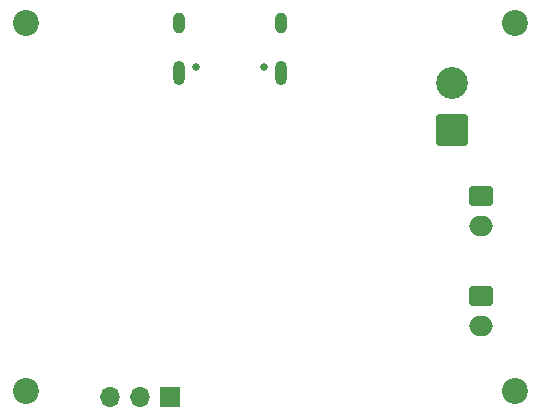
<source format=gbr>
%TF.GenerationSoftware,KiCad,Pcbnew,9.0.4*%
%TF.CreationDate,2025-09-14T23:12:39-04:00*%
%TF.ProjectId,rotour_v2,726f746f-7572-45f7-9632-2e6b69636164,20250913A*%
%TF.SameCoordinates,Original*%
%TF.FileFunction,Soldermask,Bot*%
%TF.FilePolarity,Negative*%
%FSLAX46Y46*%
G04 Gerber Fmt 4.6, Leading zero omitted, Abs format (unit mm)*
G04 Created by KiCad (PCBNEW 9.0.4) date 2025-09-14 23:12:39*
%MOMM*%
%LPD*%
G01*
G04 APERTURE LIST*
G04 Aperture macros list*
%AMRoundRect*
0 Rectangle with rounded corners*
0 $1 Rounding radius*
0 $2 $3 $4 $5 $6 $7 $8 $9 X,Y pos of 4 corners*
0 Add a 4 corners polygon primitive as box body*
4,1,4,$2,$3,$4,$5,$6,$7,$8,$9,$2,$3,0*
0 Add four circle primitives for the rounded corners*
1,1,$1+$1,$2,$3*
1,1,$1+$1,$4,$5*
1,1,$1+$1,$6,$7*
1,1,$1+$1,$8,$9*
0 Add four rect primitives between the rounded corners*
20,1,$1+$1,$2,$3,$4,$5,0*
20,1,$1+$1,$4,$5,$6,$7,0*
20,1,$1+$1,$6,$7,$8,$9,0*
20,1,$1+$1,$8,$9,$2,$3,0*%
G04 Aperture macros list end*
%ADD10C,2.200000*%
%ADD11RoundRect,0.250001X1.099999X-1.099999X1.099999X1.099999X-1.099999X1.099999X-1.099999X-1.099999X0*%
%ADD12C,2.700000*%
%ADD13C,0.650000*%
%ADD14O,1.000000X2.100000*%
%ADD15O,1.000000X1.800000*%
%ADD16RoundRect,0.250000X-0.750000X0.600000X-0.750000X-0.600000X0.750000X-0.600000X0.750000X0.600000X0*%
%ADD17O,2.000000X1.700000*%
%ADD18R,1.700000X1.700000*%
%ADD19O,1.700000X1.700000*%
G04 APERTURE END LIST*
D10*
%TO.C,H3*%
X163600000Y-128400000D03*
%TD*%
%TO.C,H1*%
X205000000Y-97200000D03*
%TD*%
D11*
%TO.C,J5*%
X199650000Y-106257500D03*
D12*
X199650000Y-102297500D03*
%TD*%
D13*
%TO.C,J7*%
X183790000Y-100955000D03*
X178010000Y-100955000D03*
D14*
X185220000Y-101455000D03*
D15*
X185220000Y-97275000D03*
D14*
X176580000Y-101455000D03*
D15*
X176580000Y-97275000D03*
%TD*%
D16*
%TO.C,J2*%
X202105000Y-111890000D03*
D17*
X202105000Y-114390000D03*
%TD*%
D10*
%TO.C,H4*%
X163600000Y-97200000D03*
%TD*%
D16*
%TO.C,J6*%
X202115000Y-120370000D03*
D17*
X202115000Y-122870000D03*
%TD*%
D18*
%TO.C,J4*%
X175805000Y-128900000D03*
D19*
X173265000Y-128900000D03*
X170725000Y-128900000D03*
%TD*%
D10*
%TO.C,H2*%
X205000000Y-128400000D03*
%TD*%
M02*

</source>
